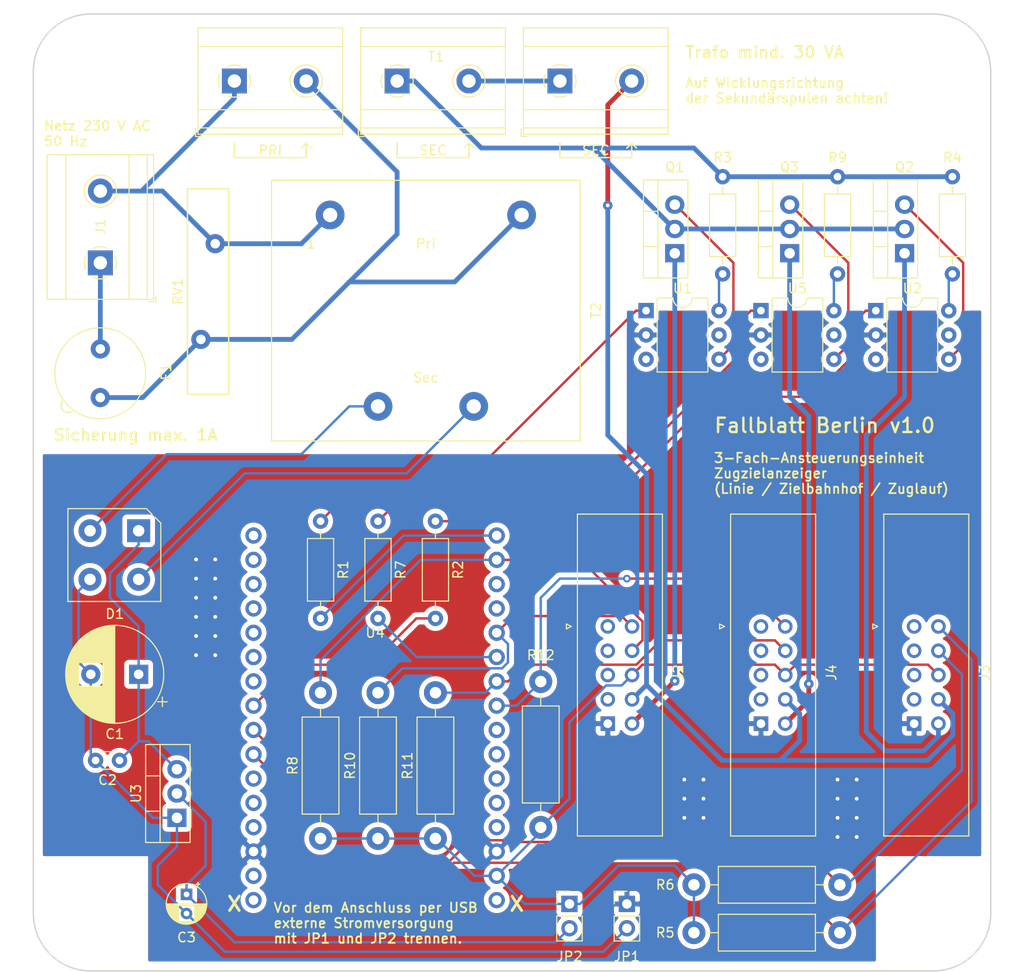
<source format=kicad_pcb>
(kicad_pcb (version 20171130) (host pcbnew 5.1.2)
  (layers (0 F.Cu signal) (31 B.Cu signal) (34 B.Paste user) (35 F.Paste user) (36 B.SilkS user) (37 F.SilkS user) (38 B.Mask user) (39 F.Mask user) (44 Edge.Cuts user))
  (net 0 "")
  (net 1 "Net-(C1-Pad1)")
  (net 2 /GND-REGULATOR)
  (net 3 /VCC-REGULATOR)
  (net 4 "Net-(D1-Pad3)")
  (net 5 "Net-(D1-Pad4)")
  (net 6 /+230VAC)
  (net 7 /-230VAC)
  (net 8 /FLAP1)
  (net 9 GND)
  (net 10 +3V3)
  (net 11 /HOME1)
  (net 12 /HOME2)
  (net 13 /FLAP2)
  (net 14 /HOME3)
  (net 15 /FLAP3)
  (net 16 "Net-(Q1-Pad3)")
  (net 17 "Net-(Q2-Pad3)")
  (net 18 "Net-(Q3-Pad3)")
  (net 19 "Net-(R1-Pad1)")
  (net 20 /MOTOR1)
  (net 21 "Net-(R2-Pad1)")
  (net 22 /MOTOR2)
  (net 23 "Net-(R3-Pad2)")
  (net 24 "Net-(R4-Pad2)")
  (net 25 "Net-(R7-Pad1)")
  (net 26 /MOTOR3)
  (net 27 "Net-(R9-Pad2)")
  (net 28 "Net-(T1-Pad4)")
  (net 29 48VAC_N)
  (net 30 /MOTOR1-AC)
  (net 31 /MOTOR3-AC)
  (net 32 /MOTOR2-AC)
  (net 33 48VAC_L)
  (net 34 /+230VAC-FUSED)
  (module JS_Local:VIA-0.6mm (layer F.Cu) (at 144 130)
    (fp_text reference REF** hide)
    (fp_text value VIA-0.6mm hide)
    (pad 1 thru_hole circle (at 0 0) (size 0.6 0.6) (drill 0.4) (layers *.Cu) (net 9 GND))
  )
  (module JS_Local:VIA-0.6mm (layer F.Cu) (at 144 132)
    (fp_text reference REF** hide)
    (fp_text value VIA-0.6mm hide)
    (pad 1 thru_hole circle (at 0 0) (size 0.6 0.6) (drill 0.4) (layers *.Cu) (net 9 GND))
  )
  (module JS_Local:VIA-0.6mm (layer F.Cu) (at 146 130)
    (fp_text reference REF** hide)
    (fp_text value VIA-0.6mm hide)
    (pad 1 thru_hole circle (at 0 0) (size 0.6 0.6) (drill 0.4) (layers *.Cu) (net 9 GND))
  )
  (module JS_Local:VIA-0.6mm (layer F.Cu) (at 144 134)
    (fp_text reference REF** hide)
    (fp_text value VIA-0.6mm hide)
    (pad 1 thru_hole circle (at 0 0) (size 0.6 0.6) (drill 0.4) (layers *.Cu) (net 9 GND))
  )
  (module JS_Local:VIA-0.6mm (layer F.Cu) (at 146 132)
    (fp_text reference REF** hide)
    (fp_text value VIA-0.6mm hide)
    (pad 1 thru_hole circle (at 0 0) (size 0.6 0.6) (drill 0.4) (layers *.Cu) (net 9 GND))
  )
  (module JS_Local:VIA-0.6mm (layer F.Cu) (at 144 136)
    (fp_text reference REF** hide)
    (fp_text value VIA-0.6mm hide)
    (pad 1 thru_hole circle (at 0 0) (size 0.6 0.6) (drill 0.4) (layers *.Cu) (net 9 GND))
  )
  (module JS_Local:VIA-0.6mm (layer F.Cu) (at 146 134)
    (fp_text reference REF** hide)
    (fp_text value VIA-0.6mm hide)
    (pad 1 thru_hole circle (at 0 0) (size 0.6 0.6) (drill 0.4) (layers *.Cu) (net 9 GND))
  )
  (module JS_Local:VIA-0.6mm (layer F.Cu) (at 146 136)
    (fp_text reference REF** hide)
    (fp_text value VIA-0.6mm hide)
    (pad 1 thru_hole circle (at 0 0) (size 0.6 0.6) (drill 0.4) (layers *.Cu) (net 9 GND))
  )
  (module JS_Local:VIA-0.6mm (layer F.Cu) (at 128 130)
    (fp_text reference REF** hide)
    (fp_text value VIA-0.6mm hide)
    (pad 1 thru_hole circle (at 0 0) (size 0.6 0.6) (drill 0.4) (layers *.Cu) (net 9 GND))
  )
  (module JS_Local:VIA-0.6mm (layer F.Cu) (at 128 132)
    (fp_text reference REF** hide)
    (fp_text value VIA-0.6mm hide)
    (pad 1 thru_hole circle (at 0 0) (size 0.6 0.6) (drill 0.4) (layers *.Cu) (net 9 GND))
  )
  (module JS_Local:VIA-0.6mm (layer F.Cu) (at 130 130)
    (fp_text reference REF** hide)
    (fp_text value VIA-0.6mm hide)
    (pad 1 thru_hole circle (at 0 0) (size 0.6 0.6) (drill 0.4) (layers *.Cu) (net 9 GND))
  )
  (module JS_Local:VIA-0.6mm (layer F.Cu) (at 128 134)
    (fp_text reference REF** hide)
    (fp_text value VIA-0.6mm hide)
    (pad 1 thru_hole circle (at 0 0) (size 0.6 0.6) (drill 0.4) (layers *.Cu) (net 9 GND))
  )
  (module JS_Local:VIA-0.6mm (layer F.Cu) (at 130 132)
    (fp_text reference REF** hide)
    (fp_text value VIA-0.6mm hide)
    (pad 1 thru_hole circle (at 0 0) (size 0.6 0.6) (drill 0.4) (layers *.Cu) (net 9 GND))
  )
  (module JS_Local:VIA-0.6mm (layer F.Cu) (at 130 134)
    (fp_text reference REF** hide)
    (fp_text value VIA-0.6mm hide)
    (pad 1 thru_hole circle (at 0 0) (size 0.6 0.6) (drill 0.4) (layers *.Cu) (net 9 GND))
  )
  (module JS_Local:VIA-0.6mm (layer F.Cu) (at 77 115)
    (fp_text reference REF** hide)
    (fp_text value VIA-0.6mm hide)
    (pad 1 thru_hole circle (at 0 0) (size 0.6 0.6) (drill 0.4) (layers *.Cu) (net 9 GND))
  )
  (module JS_Local:VIA-0.6mm (layer F.Cu) (at 77 117)
    (fp_text reference REF** hide)
    (fp_text value VIA-0.6mm hide)
    (pad 1 thru_hole circle (at 0 0) (size 0.6 0.6) (drill 0.4) (layers *.Cu) (net 9 GND))
  )
  (module JS_Local:VIA-0.6mm (layer F.Cu) (at 79 115)
    (fp_text reference REF** hide)
    (fp_text value VIA-0.6mm hide)
    (pad 1 thru_hole circle (at 0 0) (size 0.6 0.6) (drill 0.4) (layers *.Cu) (net 9 GND))
  )
  (module JS_Local:VIA-0.6mm (layer F.Cu) (at 79 117)
    (fp_text reference REF** hide)
    (fp_text value VIA-0.6mm hide)
    (pad 1 thru_hole circle (at 0 0) (size 0.6 0.6) (drill 0.4) (layers *.Cu) (net 9 GND))
  )
  (module JS_Local:VIA-0.6mm (layer F.Cu) (at 77 111)
    (fp_text reference REF** hide)
    (fp_text value VIA-0.6mm hide)
    (pad 1 thru_hole circle (at 0 0) (size 0.6 0.6) (drill 0.4) (layers *.Cu) (net 9 GND))
  )
  (module JS_Local:VIA-0.6mm (layer F.Cu) (at 77 113)
    (fp_text reference REF** hide)
    (fp_text value VIA-0.6mm hide)
    (pad 1 thru_hole circle (at 0 0) (size 0.6 0.6) (drill 0.4) (layers *.Cu) (net 9 GND))
  )
  (module JS_Local:VIA-0.6mm (layer F.Cu) (at 79 111)
    (fp_text reference REF** hide)
    (fp_text value VIA-0.6mm hide)
    (pad 1 thru_hole circle (at 0 0) (size 0.6 0.6) (drill 0.4) (layers *.Cu) (net 9 GND))
  )
  (module JS_Local:VIA-0.6mm (layer F.Cu) (at 79 113)
    (fp_text reference REF** hide)
    (fp_text value VIA-0.6mm hide)
    (pad 1 thru_hole circle (at 0 0) (size 0.6 0.6) (drill 0.4) (layers *.Cu) (net 9 GND))
  )
  (module JS_Local:VIA-0.6mm (layer F.Cu) (at 77 109)
    (fp_text reference REF** hide)
    (fp_text value VIA-0.6mm hide)
    (pad 1 thru_hole circle (at 0 0) (size 0.6 0.6) (drill 0.4) (layers *.Cu) (net 9 GND))
  )
  (module JS_Local:VIA-0.6mm (layer F.Cu) (at 79 109)
    (fp_text reference REF** hide)
    (fp_text value VIA-0.6mm hide)
    (pad 1 thru_hole circle (at 0 0) (size 0.6 0.6) (drill 0.4) (layers *.Cu) (net 9 GND))
  )
  (module JS_Local:VIA-0.6mm (layer F.Cu) (at 79 107)
    (fp_text reference REF** hide)
    (fp_text value VIA-0.6mm hide)
    (pad 1 thru_hole circle (at 0 0) (size 0.6 0.6) (drill 0.4) (layers *.Cu) (net 9 GND))
  )
  (module JS_Local:VIA-0.6mm (layer F.Cu) (at 77 107)
    (fp_text reference REF** hide)
    (fp_text value VIA-0.6mm hide)
    (pad 1 thru_hole circle (at 0 0) (size 0.6 0.6) (drill 0.4) (layers *.Cu) (net 9 GND))
  )
  (module JS_Local:Diode_Bridge_9.5x9.5x10mm_P5.08mm (layer F.Cu) (at 71 104)
    (fp_text reference D1 (at -2.49 8.69 180) (layer F.SilkS))
    (fp_text value D_Bridge_+-AA)
    (pad 2 thru_hole circle (at -5.08 5.08 180) (size 2.4 2.4) (drill 1.2) (layers *.Cu *.Mask) (net 2 /GND-REGULATOR))
    (pad 1 thru_hole rect (at 0 0 180) (size 2.4 2.4) (drill 1.2) (layers *.Cu *.Mask) (net 1 "Net-(C1-Pad1)"))
    (pad 4 thru_hole circle (at -5.08 0 180) (size 2.4 2.4) (drill 1.2) (layers *.Cu *.Mask) (net 5 "Net-(D1-Pad4)"))
    (pad 3 thru_hole circle (at 0 5.08 180) (size 2.4 2.4) (drill 1.2) (layers *.Cu *.Mask) (net 4 "Net-(D1-Pad3)"))
  )
  (module JS_Local:ESP32_DEVKITV1_16 (layer F.Cu) (at 83 104.5)
    (fp_text reference U4 (at 12.7 10.16) (layer F.SilkS))
    (fp_text value ESP32_DEVCITV1)
    (pad 101 thru_hole circle (at 25.4 38.1) (size 1.7 1.7) (drill 1) (layers *.Cu *.Mask))
    (pad 100 thru_hole circle (at 0 38.1) (size 1.7 1.7) (drill 1) (layers *.Cu *.Mask))
    (pad 30 thru_hole circle (at 25.4 35.56) (size 1.7 1.7) (drill 1) (layers *.Cu *.Mask) (net 10 +3V3))
    (pad 29 thru_hole circle (at 25.4 33.02) (size 1.7 1.7) (drill 1) (layers *.Cu *.Mask) (net 9 GND))
    (pad 28 thru_hole circle (at 25.4 30.48) (size 1.7 1.7) (drill 1) (layers *.Cu *.Mask))
    (pad 27 thru_hole circle (at 25.4 27.94) (size 1.7 1.7) (drill 1) (layers *.Cu *.Mask))
    (pad 26 thru_hole circle (at 25.4 25.4) (size 1.7 1.7) (drill 1) (layers *.Cu *.Mask))
    (pad 25 thru_hole circle (at 25.4 22.86) (size 1.7 1.7) (drill 1) (layers *.Cu *.Mask))
    (pad 24 thru_hole circle (at 25.4 20.32) (size 1.7 1.7) (drill 1) (layers *.Cu *.Mask))
    (pad 23 thru_hole circle (at 25.4 17.78) (size 1.7 1.7) (drill 1) (layers *.Cu *.Mask) (net 13 /FLAP2))
    (pad 22 thru_hole circle (at 25.4 15.24) (size 1.7 1.7) (drill 1) (layers *.Cu *.Mask) (net 12 /HOME2))
    (pad 21 thru_hole circle (at 25.4 12.7) (size 1.7 1.7) (drill 1) (layers *.Cu *.Mask) (net 22 /MOTOR2))
    (pad 20 thru_hole circle (at 25.4 10.16) (size 1.7 1.7) (drill 1) (layers *.Cu *.Mask) (net 8 /FLAP1))
    (pad 19 thru_hole circle (at 25.4 7.62) (size 1.7 1.7) (drill 1) (layers *.Cu *.Mask))
    (pad 18 thru_hole circle (at 25.4 5.08) (size 1.7 1.7) (drill 1) (layers *.Cu *.Mask))
    (pad 17 thru_hole circle (at 25.4 2.54) (size 1.7 1.7) (drill 1) (layers *.Cu *.Mask) (net 11 /HOME1))
    (pad 16 thru_hole circle (at 25.4 0) (size 1.7 1.7) (drill 1) (layers *.Cu *.Mask) (net 20 /MOTOR1))
    (pad 15 thru_hole circle (at 0 35.56) (size 1.7 1.7) (drill 1) (layers *.Cu *.Mask))
    (pad 14 thru_hole circle (at 0 33.02) (size 1.7 1.7) (drill 1) (layers *.Cu *.Mask) (net 9 GND))
    (pad 13 thru_hole circle (at 0 30.48) (size 1.7 1.7) (drill 1) (layers *.Cu *.Mask))
    (pad 12 thru_hole circle (at 0 27.94) (size 1.7 1.7) (drill 1) (layers *.Cu *.Mask))
    (pad 11 thru_hole circle (at 0 25.4) (size 1.7 1.7) (drill 1) (layers *.Cu *.Mask))
    (pad 10 thru_hole circle (at 0 22.86) (size 1.7 1.7) (drill 1) (layers *.Cu *.Mask) (net 15 /FLAP3))
    (pad 9 thru_hole circle (at 0 20.32) (size 1.7 1.7) (drill 1) (layers *.Cu *.Mask) (net 14 /HOME3))
    (pad 8 thru_hole circle (at 0 17.78) (size 1.7 1.7) (drill 1) (layers *.Cu *.Mask) (net 26 /MOTOR3))
    (pad 7 thru_hole circle (at 0 15.24) (size 1.7 1.7) (drill 1) (layers *.Cu *.Mask))
    (pad 6 thru_hole circle (at 0 12.7) (size 1.7 1.7) (drill 1) (layers *.Cu *.Mask))
    (pad 5 thru_hole circle (at 0 10.16) (size 1.7 1.7) (drill 1) (layers *.Cu *.Mask))
    (pad 4 thru_hole circle (at 0 7.62) (size 1.7 1.7) (drill 1) (layers *.Cu *.Mask))
    (pad 3 thru_hole circle (at 0 5.08) (size 1.7 1.7) (drill 1) (layers *.Cu *.Mask))
    (pad 2 thru_hole circle (at 0 2.54) (size 1.7 1.7) (drill 1) (layers *.Cu *.Mask))
    (pad 1 thru_hole circle (at 0 0) (size 1.7 1.7) (drill 1) (layers *.Cu *.Mask))
  )
  (module MountingHole:MountingHole_4.3mm_M4 (layer F.Cu) (at 66 144)
    (fp_text reference REF** hide)
    (fp_text value MountingHole_4.3mm_M4)
    (pad 1 np_thru_hole circle (at 0 0) (size 4.3 4.3) (drill 4.3) (layers *.Cu *.Mask))
  )
  (module MountingHole:MountingHole_4.3mm_M4 (layer F.Cu) (at 154 144)
    (fp_text reference REF** hide)
    (fp_text value MountingHole_4.3mm_M4)
    (pad 1 np_thru_hole circle (at 0 0) (size 4.3 4.3) (drill 4.3) (layers *.Cu *.Mask))
  )
  (module MountingHole:MountingHole_4.3mm_M4 (layer F.Cu) (at 154 56)
    (fp_text reference REF** hide)
    (fp_text value MountingHole_4.3mm_M4)
    (pad 1 np_thru_hole circle (at 0 0) (size 4.3 4.3) (drill 4.3) (layers *.Cu *.Mask))
  )
  (module Capacitor_THT:CP_Radial_D10.0mm_P5.00mm (layer F.Cu) (at 71 119 180)
    (fp_text reference C1 (at 2.5 -6.25 180) (layer F.SilkS))
    (fp_text value 470u)
    (pad 2 thru_hole circle (at 5 0 180) (size 2 2) (drill 1) (layers *.Cu *.Mask) (net 2 /GND-REGULATOR))
    (pad 1 thru_hole rect (at 0 0 180) (size 2 2) (drill 1) (layers *.Cu *.Mask) (net 1 "Net-(C1-Pad1)"))
  )
  (module Capacitor_THT:C_Disc_D3.0mm_W1.6mm_P2.50mm (layer F.Cu) (at 69 128 180)
    (fp_text reference C2 (at 1.25 -2.05 180) (layer F.SilkS))
    (fp_text value 100n)
    (pad 2 thru_hole circle (at 2.5 0 180) (size 1.6 1.6) (drill 0.8) (layers *.Cu *.Mask) (net 2 /GND-REGULATOR))
    (pad 1 thru_hole circle (at 0 0 180) (size 1.6 1.6) (drill 0.8) (layers *.Cu *.Mask) (net 1 "Net-(C1-Pad1)"))
  )
  (module Capacitor_THT:CP_Radial_D4.0mm_P2.00mm (layer F.Cu) (at 76 142 270)
    (fp_text reference C3 (at 4.5 0) (layer F.SilkS))
    (fp_text value 10u)
    (pad 2 thru_hole circle (at 2 0 270) (size 1.2 1.2) (drill 0.6) (layers *.Cu *.Mask) (net 2 /GND-REGULATOR))
    (pad 1 thru_hole rect (at 0 0 270) (size 1.2 1.2) (drill 0.6) (layers *.Cu *.Mask) (net 3 /VCC-REGULATOR))
  )
  (module Fuse:Fuseholder_TR5_Littelfuse_No560_No460 (layer F.Cu) (at 67 85 270)
    (fp_text reference F1 (at 2.39 -6.89 270) (layer F.SilkS))
    (fp_text value "Fuse 1A")
    (pad 2 thru_hole circle (at 5.08 0.01 270) (size 2 2) (drill 1) (layers *.Cu *.Mask) (net 34 /+230VAC-FUSED))
    (pad 1 thru_hole circle (at 0 0 270) (size 2 2) (drill 1) (layers *.Cu *.Mask) (net 6 /+230VAC))
  )
  (module TerminalBlock_MetzConnect:TerminalBlock_MetzConnect_Type175_RT02702HBLC_1x02_P7.50mm_Horizontal (layer F.Cu) (at 67 76 90)
    (fp_text reference J1 (at 3.75 0 90) (layer F.SilkS))
    (fp_text value Screw_Terminal_01x02)
    (pad 2 thru_hole circle (at 7.5 0 90) (size 2.6 2.6) (drill 1.4) (layers *.Cu *.Mask) (net 7 /-230VAC))
    (pad 1 thru_hole rect (at 0 0 90) (size 2.6 2.6) (drill 1.4) (layers *.Cu *.Mask) (net 6 /+230VAC))
  )
  (module Connector_PinHeader_2.54mm:PinHeader_1x02_P2.54mm_Vertical (layer F.Cu) (at 122 143)
    (fp_text reference JP1 (at 0 5.5) (layer F.SilkS))
    (fp_text value Jumper)
    (pad 2 thru_hole oval (at 0 2.54) (size 1.7 1.7) (drill 1) (layers *.Cu *.Mask) (net 2 /GND-REGULATOR))
    (pad 1 thru_hole rect (at 0 0) (size 1.7 1.7) (drill 1) (layers *.Cu *.Mask) (net 9 GND))
  )
  (module Connector_PinHeader_2.54mm:PinHeader_1x02_P2.54mm_Vertical (layer F.Cu) (at 116 143)
    (fp_text reference JP2 (at 0 5.5) (layer F.SilkS))
    (fp_text value Jumper)
    (pad 2 thru_hole oval (at 0 2.54) (size 1.7 1.7) (drill 1) (layers *.Cu *.Mask) (net 3 /VCC-REGULATOR))
    (pad 1 thru_hole rect (at 0 0) (size 1.7 1.7) (drill 1) (layers *.Cu *.Mask) (net 10 +3V3))
  )
  (module Package_TO_SOT_THT:TO-220-3_Vertical (layer F.Cu) (at 127 75 90)
    (fp_text reference Q1 (at 9 0 180) (layer F.SilkS))
    (fp_text value BT136-600)
    (pad 3 thru_hole oval (at 5.08 0 90) (size 1.905 2) (drill 1.1) (layers *.Cu *.Mask) (net 16 "Net-(Q1-Pad3)"))
    (pad 2 thru_hole oval (at 2.54 0 90) (size 1.905 2) (drill 1.1) (layers *.Cu *.Mask) (net 33 48VAC_L))
    (pad 1 thru_hole rect (at 0 0 90) (size 1.905 2) (drill 1.1) (layers *.Cu *.Mask) (net 30 /MOTOR1-AC))
  )
  (module Package_TO_SOT_THT:TO-220-3_Vertical (layer F.Cu) (at 151 75 90)
    (fp_text reference Q2 (at 9 0 180) (layer F.SilkS))
    (fp_text value BT136-600)
    (pad 3 thru_hole oval (at 5.08 0 90) (size 1.905 2) (drill 1.1) (layers *.Cu *.Mask) (net 17 "Net-(Q2-Pad3)"))
    (pad 2 thru_hole oval (at 2.54 0 90) (size 1.905 2) (drill 1.1) (layers *.Cu *.Mask) (net 33 48VAC_L))
    (pad 1 thru_hole rect (at 0 0 90) (size 1.905 2) (drill 1.1) (layers *.Cu *.Mask) (net 31 /MOTOR3-AC))
  )
  (module Package_TO_SOT_THT:TO-220-3_Vertical (layer F.Cu) (at 139 75 90)
    (fp_text reference Q3 (at 9 0 180) (layer F.SilkS))
    (fp_text value BT136-600)
    (pad 3 thru_hole oval (at 5.08 0 90) (size 1.905 2) (drill 1.1) (layers *.Cu *.Mask) (net 18 "Net-(Q3-Pad3)"))
    (pad 2 thru_hole oval (at 2.54 0 90) (size 1.905 2) (drill 1.1) (layers *.Cu *.Mask) (net 33 48VAC_L))
    (pad 1 thru_hole rect (at 0 0 90) (size 1.905 2) (drill 1.1) (layers *.Cu *.Mask) (net 32 /MOTOR2-AC))
  )
  (module Resistor_THT:R_Axial_DIN0207_L6.3mm_D2.5mm_P10.16mm_Horizontal (layer F.Cu) (at 90 103 270)
    (fp_text reference R1 (at 5.08 -2.37 270) (layer F.SilkS))
    (fp_text value 220)
    (pad 2 thru_hole oval (at 10.16 0 270) (size 1.6 1.6) (drill 0.8) (layers *.Cu *.Mask) (net 20 /MOTOR1))
    (pad 1 thru_hole circle (at 0 0 270) (size 1.6 1.6) (drill 0.8) (layers *.Cu *.Mask) (net 19 "Net-(R1-Pad1)"))
  )
  (module Resistor_THT:R_Axial_DIN0207_L6.3mm_D2.5mm_P10.16mm_Horizontal (layer F.Cu) (at 102 103 270)
    (fp_text reference R2 (at 5.08 -2.37 270) (layer F.SilkS))
    (fp_text value 220)
    (pad 2 thru_hole oval (at 10.16 0 270) (size 1.6 1.6) (drill 0.8) (layers *.Cu *.Mask) (net 26 /MOTOR3))
    (pad 1 thru_hole circle (at 0 0 270) (size 1.6 1.6) (drill 0.8) (layers *.Cu *.Mask) (net 21 "Net-(R2-Pad1)"))
  )
  (module Resistor_THT:R_Axial_DIN0207_L6.3mm_D2.5mm_P10.16mm_Horizontal (layer F.Cu) (at 132 67 270)
    (fp_text reference R3 (at -2 0) (layer F.SilkS))
    (fp_text value 330)
    (pad 2 thru_hole oval (at 10.16 0 270) (size 1.6 1.6) (drill 0.8) (layers *.Cu *.Mask) (net 23 "Net-(R3-Pad2)"))
    (pad 1 thru_hole circle (at 0 0 270) (size 1.6 1.6) (drill 0.8) (layers *.Cu *.Mask) (net 33 48VAC_L))
  )
  (module Resistor_THT:R_Axial_DIN0207_L6.3mm_D2.5mm_P10.16mm_Horizontal (layer F.Cu) (at 156 67 270)
    (fp_text reference R4 (at -2 0) (layer F.SilkS))
    (fp_text value 330)
    (pad 2 thru_hole oval (at 10.16 0 270) (size 1.6 1.6) (drill 0.8) (layers *.Cu *.Mask) (net 24 "Net-(R4-Pad2)"))
    (pad 1 thru_hole circle (at 0 0 270) (size 1.6 1.6) (drill 0.8) (layers *.Cu *.Mask) (net 33 48VAC_L))
  )
  (module Resistor_THT:R_Axial_DIN0207_L6.3mm_D2.5mm_P10.16mm_Horizontal (layer F.Cu) (at 96 103 270)
    (fp_text reference R7 (at 5.08 -2.37 270) (layer F.SilkS))
    (fp_text value 220)
    (pad 2 thru_hole oval (at 10.16 0 270) (size 1.6 1.6) (drill 0.8) (layers *.Cu *.Mask) (net 22 /MOTOR2))
    (pad 1 thru_hole circle (at 0 0 270) (size 1.6 1.6) (drill 0.8) (layers *.Cu *.Mask) (net 25 "Net-(R7-Pad1)"))
  )
  (module Resistor_THT:R_Axial_DIN0207_L6.3mm_D2.5mm_P10.16mm_Horizontal (layer F.Cu) (at 144 67 270)
    (fp_text reference R9 (at -2 0) (layer F.SilkS))
    (fp_text value 330)
    (pad 2 thru_hole oval (at 10.16 0 270) (size 1.6 1.6) (drill 0.8) (layers *.Cu *.Mask) (net 27 "Net-(R9-Pad2)"))
    (pad 1 thru_hole circle (at 0 0 270) (size 1.6 1.6) (drill 0.8) (layers *.Cu *.Mask) (net 33 48VAC_L))
  )
  (module Varistor:RV_Disc_D21.5mm_W4.3mm_P10mm (layer F.Cu) (at 79 74 270)
    (fp_text reference RV1 (at 5 3.9 270) (layer F.SilkS))
    (fp_text value Varistor)
    (pad 2 thru_hole circle (at 10 1.5 270) (size 2 2) (drill 1) (layers *.Cu *.Mask) (net 34 /+230VAC-FUSED))
    (pad 1 thru_hole circle (at 0 0 270) (size 2 2) (drill 1) (layers *.Cu *.Mask) (net 7 /-230VAC))
  )
  (module JS_Local:Transformer_Ext_1P_2S (layer F.Cu) (at 81 57)
    (fp_text reference T1 (at 21.064 -2.54) (layer F.SilkS))
    (fp_text value Transformer_1P_2S)
    (fp_text user SEC (at 37.75 7.25) (layer F.SilkS))
    (fp_text user SEC (at 20.75 7.25) (layer F.SilkS))
    (fp_text user PRI (at 3.75 7.25) (layer F.SilkS))
    (pad 6 thru_hole circle (at 41.5 0) (size 2.6 2.6) (drill 1.4) (layers *.Cu *.Mask) (net 29 48VAC_N))
    (pad 5 thru_hole rect (at 34 0) (size 2.6 2.6) (drill 1.4) (layers *.Cu *.Mask) (net 28 "Net-(T1-Pad4)"))
    (pad 3 thru_hole rect (at 17 0) (size 2.6 2.6) (drill 1.4) (layers *.Cu *.Mask) (net 33 48VAC_L))
    (pad 4 thru_hole circle (at 24.5 0) (size 2.6 2.6) (drill 1.4) (layers *.Cu *.Mask) (net 28 "Net-(T1-Pad4)"))
    (pad 2 thru_hole circle (at 7.5 0) (size 2.6 2.6) (drill 1.4) (layers *.Cu *.Mask) (net 34 /+230VAC-FUSED))
    (pad 1 thru_hole rect (at 0 0) (size 2.6 2.6) (drill 1.4) (layers *.Cu *.Mask) (net 7 /-230VAC))
  )
  (module JS_Local:Block_VB_2.0_1_9 (layer F.Cu) (at 91 71 270)
    (fp_text reference T2 (at 10 -27.78 270) (layer F.SilkS))
    (fp_text value Transformer_1P_1S)
    (fp_text user 1 (at 3 2) (layer F.SilkS))
    (fp_text user Pri (at 3 -10) (layer F.SilkS))
    (fp_text user Sec (at 17 -10) (layer F.SilkS))
    (pad 3 thru_hole circle (at 20 -5 270) (size 3 3) (drill 1.5) (layers *.Cu *.Mask) (net 5 "Net-(D1-Pad4)"))
    (pad 4 thru_hole circle (at 20 -15 270) (size 3 3) (drill 1.5) (layers *.Cu *.Mask) (net 4 "Net-(D1-Pad3)"))
    (pad 2 thru_hole circle (at 0 -20 270) (size 3 3) (drill 1.5) (layers *.Cu *.Mask) (net 34 /+230VAC-FUSED))
    (pad 1 thru_hole circle (at 0 0 270) (size 3 3) (drill 1.5) (layers *.Cu *.Mask) (net 7 /-230VAC))
  )
  (module Package_DIP:DIP-6_W7.62mm (layer F.Cu) (at 124 81)
    (fp_text reference U1 (at 3.81 -2.33) (layer F.SilkS))
    (fp_text value MOC3041M)
    (pad 6 thru_hole oval (at 7.62 0) (size 1.6 1.6) (drill 0.8) (layers *.Cu *.Mask) (net 23 "Net-(R3-Pad2)"))
    (pad 3 thru_hole oval (at 0 5.08) (size 1.6 1.6) (drill 0.8) (layers *.Cu *.Mask))
    (pad 5 thru_hole oval (at 7.62 2.54) (size 1.6 1.6) (drill 0.8) (layers *.Cu *.Mask))
    (pad 2 thru_hole oval (at 0 2.54) (size 1.6 1.6) (drill 0.8) (layers *.Cu *.Mask) (net 9 GND))
    (pad 4 thru_hole oval (at 7.62 5.08) (size 1.6 1.6) (drill 0.8) (layers *.Cu *.Mask) (net 16 "Net-(Q1-Pad3)"))
    (pad 1 thru_hole rect (at 0 0) (size 1.6 1.6) (drill 0.8) (layers *.Cu *.Mask) (net 19 "Net-(R1-Pad1)"))
  )
  (module Package_DIP:DIP-6_W7.62mm (layer F.Cu) (at 148 81)
    (fp_text reference U2 (at 3.81 -2.33) (layer F.SilkS))
    (fp_text value MOC3041M)
    (pad 6 thru_hole oval (at 7.62 0) (size 1.6 1.6) (drill 0.8) (layers *.Cu *.Mask) (net 24 "Net-(R4-Pad2)"))
    (pad 3 thru_hole oval (at 0 5.08) (size 1.6 1.6) (drill 0.8) (layers *.Cu *.Mask))
    (pad 5 thru_hole oval (at 7.62 2.54) (size 1.6 1.6) (drill 0.8) (layers *.Cu *.Mask))
    (pad 2 thru_hole oval (at 0 2.54) (size 1.6 1.6) (drill 0.8) (layers *.Cu *.Mask) (net 9 GND))
    (pad 4 thru_hole oval (at 7.62 5.08) (size 1.6 1.6) (drill 0.8) (layers *.Cu *.Mask) (net 17 "Net-(Q2-Pad3)"))
    (pad 1 thru_hole rect (at 0 0) (size 1.6 1.6) (drill 0.8) (layers *.Cu *.Mask) (net 21 "Net-(R2-Pad1)"))
  )
  (module Package_TO_SOT_THT:TO-220-3_Vertical (layer F.Cu) (at 75 134 90)
    (fp_text reference U3 (at 2.54 -4.27 90) (layer F.SilkS))
    (fp_text value LD1117S33TR_SOT223)
    (pad 3 thru_hole oval (at 5.08 0 90) (size 1.905 2) (drill 1.1) (layers *.Cu *.Mask) (net 1 "Net-(C1-Pad1)"))
    (pad 2 thru_hole oval (at 2.54 0 90) (size 1.905 2) (drill 1.1) (layers *.Cu *.Mask) (net 3 /VCC-REGULATOR))
    (pad 1 thru_hole rect (at 0 0 90) (size 1.905 2) (drill 1.1) (layers *.Cu *.Mask) (net 2 /GND-REGULATOR))
  )
  (module Package_DIP:DIP-6_W7.62mm (layer F.Cu) (at 136 81)
    (fp_text reference U5 (at 3.81 -2.33) (layer F.SilkS))
    (fp_text value MOC3041M)
    (pad 6 thru_hole oval (at 7.62 0) (size 1.6 1.6) (drill 0.8) (layers *.Cu *.Mask) (net 27 "Net-(R9-Pad2)"))
    (pad 3 thru_hole oval (at 0 5.08) (size 1.6 1.6) (drill 0.8) (layers *.Cu *.Mask))
    (pad 5 thru_hole oval (at 7.62 2.54) (size 1.6 1.6) (drill 0.8) (layers *.Cu *.Mask))
    (pad 2 thru_hole oval (at 0 2.54) (size 1.6 1.6) (drill 0.8) (layers *.Cu *.Mask) (net 9 GND))
    (pad 4 thru_hole oval (at 7.62 5.08) (size 1.6 1.6) (drill 0.8) (layers *.Cu *.Mask) (net 18 "Net-(Q3-Pad3)"))
    (pad 1 thru_hole rect (at 0 0) (size 1.6 1.6) (drill 0.8) (layers *.Cu *.Mask) (net 25 "Net-(R7-Pad1)"))
  )
  (module MountingHole:MountingHole_4.3mm_M4 (layer F.Cu) (at 66 56)
    (fp_text reference REF** hide)
    (fp_text value MountingHole_4.3mm_M4)
    (pad 1 np_thru_hole circle (at 0 0) (size 4.3 4.3) (drill 4.3) (layers *.Cu *.Mask))
  )
  (module JS_Local:TE_CON_5499922-1_BIGGERHULL (layer F.Cu) (at 120 114)
    (fp_text reference J2 (at 7.366 4.826 270) (layer F.SilkS))
    (fp_text value Conn_02x05_Odd_Even)
    (pad 2 thru_hole circle (at 2.54 10.16 270) (size 1.52 1.52) (drill 0.91) (layers *.Cu *.Mask) (net 30 /MOTOR1-AC))
    (pad 9 thru_hole circle (at 0 0 270) (size 1.52 1.52) (drill 0.91) (layers *.Cu *.Mask))
    (pad 4 thru_hole circle (at 2.54 7.62 270) (size 1.52 1.52) (drill 0.91) (layers *.Cu *.Mask) (net 29 48VAC_N))
    (pad 3 thru_hole circle (at 0 7.62 270) (size 1.52 1.52) (drill 0.91) (layers *.Cu *.Mask))
    (pad 6 thru_hole circle (at 2.54 5.08 270) (size 1.52 1.52) (drill 0.91) (layers *.Cu *.Mask) (net 10 +3V3))
    (pad 5 thru_hole circle (at 0 5.08 270) (size 1.52 1.52) (drill 0.91) (layers *.Cu *.Mask))
    (pad 8 thru_hole circle (at 2.54 2.54 270) (size 1.52 1.52) (drill 0.91) (layers *.Cu *.Mask) (net 11 /HOME1))
    (pad 7 thru_hole circle (at 0 2.54 270) (size 1.52 1.52) (drill 0.91) (layers *.Cu *.Mask))
    (pad 10 thru_hole circle (at 2.54 0 270) (size 1.52 1.52) (drill 0.91) (layers *.Cu *.Mask) (net 8 /FLAP1))
    (pad 1 thru_hole rect (at 0 10.16 270) (size 1.52 1.52) (drill 0.91) (layers *.Cu *.Mask) (net 9 GND))
  )
  (module JS_Local:TE_CON_5499922-1_BIGGERHULL (layer F.Cu) (at 152 114)
    (fp_text reference J3 (at 7.366 4.826 270) (layer F.SilkS))
    (fp_text value Conn_02x05_Odd_Even)
    (pad 2 thru_hole circle (at 2.54 10.16 270) (size 1.52 1.52) (drill 0.91) (layers *.Cu *.Mask) (net 31 /MOTOR3-AC))
    (pad 9 thru_hole circle (at 0 0 270) (size 1.52 1.52) (drill 0.91) (layers *.Cu *.Mask))
    (pad 4 thru_hole circle (at 2.54 7.62 270) (size 1.52 1.52) (drill 0.91) (layers *.Cu *.Mask) (net 29 48VAC_N))
    (pad 3 thru_hole circle (at 0 7.62 270) (size 1.52 1.52) (drill 0.91) (layers *.Cu *.Mask))
    (pad 6 thru_hole circle (at 2.54 5.08 270) (size 1.52 1.52) (drill 0.91) (layers *.Cu *.Mask) (net 10 +3V3))
    (pad 5 thru_hole circle (at 0 5.08 270) (size 1.52 1.52) (drill 0.91) (layers *.Cu *.Mask))
    (pad 8 thru_hole circle (at 2.54 2.54 270) (size 1.52 1.52) (drill 0.91) (layers *.Cu *.Mask) (net 14 /HOME3))
    (pad 7 thru_hole circle (at 0 2.54 270) (size 1.52 1.52) (drill 0.91) (layers *.Cu *.Mask))
    (pad 10 thru_hole circle (at 2.54 0 270) (size 1.52 1.52) (drill 0.91) (layers *.Cu *.Mask) (net 15 /FLAP3))
    (pad 1 thru_hole rect (at 0 10.16 270) (size 1.52 1.52) (drill 0.91) (layers *.Cu *.Mask) (net 9 GND))
  )
  (module JS_Local:TE_CON_5499922-1_BIGGERHULL (layer F.Cu) (at 136 114)
    (fp_text reference J4 (at 7.366 4.826 270) (layer F.SilkS))
    (fp_text value Conn_02x05_Odd_Even)
    (pad 2 thru_hole circle (at 2.54 10.16 270) (size 1.52 1.52) (drill 0.91) (layers *.Cu *.Mask) (net 32 /MOTOR2-AC))
    (pad 9 thru_hole circle (at 0 0 270) (size 1.52 1.52) (drill 0.91) (layers *.Cu *.Mask))
    (pad 4 thru_hole circle (at 2.54 7.62 270) (size 1.52 1.52) (drill 0.91) (layers *.Cu *.Mask) (net 29 48VAC_N))
    (pad 3 thru_hole circle (at 0 7.62 270) (size 1.52 1.52) (drill 0.91) (layers *.Cu *.Mask))
    (pad 6 thru_hole circle (at 2.54 5.08 270) (size 1.52 1.52) (drill 0.91) (layers *.Cu *.Mask) (net 10 +3V3))
    (pad 5 thru_hole circle (at 0 5.08 270) (size 1.52 1.52) (drill 0.91) (layers *.Cu *.Mask))
    (pad 8 thru_hole circle (at 2.54 2.54 270) (size 1.52 1.52) (drill 0.91) (layers *.Cu *.Mask) (net 12 /HOME2))
    (pad 7 thru_hole circle (at 0 2.54 270) (size 1.52 1.52) (drill 0.91) (layers *.Cu *.Mask))
    (pad 10 thru_hole circle (at 2.54 0 270) (size 1.52 1.52) (drill 0.91) (layers *.Cu *.Mask) (net 13 /FLAP2))
    (pad 1 thru_hole rect (at 0 10.16 270) (size 1.52 1.52) (drill 0.91) (layers *.Cu *.Mask) (net 9 GND))
  )
  (module Resistor_THT:R_Axial_DIN0411_L9.9mm_D3.6mm_P15.24mm_Horizontal (layer F.Cu) (at 129 146)
    (fp_text reference R5 (at -3 0) (layer F.SilkS))
    (fp_text value 10K)
    (pad 1 thru_hole circle (at 0 0) (size 2.4 2.4) (drill 1.2) (layers *.Cu *.Mask) (net 10 +3V3))
    (pad 2 thru_hole oval (at 15.24 0) (size 2.4 2.4) (drill 1.2) (layers *.Cu *.Mask) (net 15 /FLAP3))
  )
  (module Resistor_THT:R_Axial_DIN0411_L9.9mm_D3.6mm_P15.24mm_Horizontal (layer F.Cu) (at 129 141)
    (fp_text reference R6 (at -3 0) (layer F.SilkS))
    (fp_text value 10K)
    (pad 2 thru_hole oval (at 15.24 0) (size 2.4 2.4) (drill 1.2) (layers *.Cu *.Mask) (net 14 /HOME3))
    (pad 1 thru_hole circle (at 0 0) (size 2.4 2.4) (drill 1.2) (layers *.Cu *.Mask) (net 10 +3V3))
  )
  (module Resistor_THT:R_Axial_DIN0411_L9.9mm_D3.6mm_P15.24mm_Horizontal (layer F.Cu) (at 90 136.16 90)
    (fp_text reference R8 (at 7.62 -2.92 90) (layer F.SilkS))
    (fp_text value 10K)
    (pad 1 thru_hole circle (at 0 0 90) (size 2.4 2.4) (drill 1.2) (layers *.Cu *.Mask) (net 10 +3V3))
    (pad 2 thru_hole oval (at 15.24 0 90) (size 2.4 2.4) (drill 1.2) (layers *.Cu *.Mask) (net 11 /HOME1))
  )
  (module Resistor_THT:R_Axial_DIN0411_L9.9mm_D3.6mm_P15.24mm_Horizontal (layer F.Cu) (at 96 136.16 90)
    (fp_text reference R10 (at 7.62 -2.92 90) (layer F.SilkS))
    (fp_text value 10K)
    (pad 2 thru_hole oval (at 15.24 0 90) (size 2.4 2.4) (drill 1.2) (layers *.Cu *.Mask) (net 8 /FLAP1))
    (pad 1 thru_hole circle (at 0 0 90) (size 2.4 2.4) (drill 1.2) (layers *.Cu *.Mask) (net 10 +3V3))
  )
  (module Resistor_THT:R_Axial_DIN0411_L9.9mm_D3.6mm_P15.24mm_Horizontal (layer F.Cu) (at 102 136.16 90)
    (fp_text reference R11 (at 7.62 -2.92 90) (layer F.SilkS))
    (fp_text value 10K)
    (pad 1 thru_hole circle (at 0 0 90) (size 2.4 2.4) (drill 1.2) (layers *.Cu *.Mask) (net 10 +3V3))
    (pad 2 thru_hole oval (at 15.24 0 90) (size 2.4 2.4) (drill 1.2) (layers *.Cu *.Mask) (net 12 /HOME2))
  )
  (module Resistor_THT:R_Axial_DIN0411_L9.9mm_D3.6mm_P15.24mm_Horizontal (layer F.Cu) (at 113 135 90)
    (fp_text reference R12 (at 18 0 180) (layer F.SilkS))
    (fp_text value 10K)
    (pad 2 thru_hole oval (at 15.24 0 90) (size 2.4 2.4) (drill 1.2) (layers *.Cu *.Mask) (net 13 /FLAP2))
    (pad 1 thru_hole circle (at 0 0 90) (size 2.4 2.4) (drill 1.2) (layers *.Cu *.Mask) (net 10 +3V3))
  )
  (gr_text "Vor dem Anschluss per USB\nexterne Stromversorgung\nmit JP1 und JP2 trennen." (at 85 145) (layer F.SilkS) (effects (font (size 1 1) (thickness 0.18)) (justify left)))
  (gr_text X (at 110.5 143) (layer F.SilkS) (effects (font (size 1.5 1.5) (thickness 0.3))))
  (gr_text X (at 81 143) (layer F.SilkS) (effects (font (size 1.5 1.5) (thickness 0.3))))
  (gr_text "Netz 230 V AC\n50 Hz" (at 61 62.5) (layer F.SilkS) (effects (font (size 1 1) (thickness 0.18)) (justify left)))
  (gr_text "Sicherung max. 1A" (at 62 94) (layer F.SilkS) (effects (font (size 1.2 1.2) (thickness 0.22)) (justify left)))
  (gr_text "Trafo mind. 30 VA" (at 128 54) (layer F.SilkS) (effects (font (size 1.2 1.2) (thickness 0.22)) (justify left)))
  (gr_text "Auf Wicklungsrichtung\nder Sekundärspulen achten!" (at 128 58) (layer F.SilkS) (effects (font (size 1 1) (thickness 0.18)) (justify left)))
  (gr_text "3-Fach-Ansteuerungseinheit\nZugzielanzeiger \n(Linie / Zielbahnhof / Zuglauf)" (at 131 98) (layer F.SilkS) (effects (font (size 1 1) (thickness 0.18)) (justify left)))
  (gr_text "Fallblatt Berlin v1.0" (at 131 93) (layer F.SilkS) (effects (font (size 1.5 1.5) (thickness 0.25)) (justify left)))
  (gr_arc (start 154 56) (end 160 56) (angle -90) (layer Edge.Cuts) (width 0.15))
  (gr_arc (start 154 144) (end 154 150) (angle -90) (layer Edge.Cuts) (width 0.15))
  (gr_arc (start 66 144) (end 60 144) (angle -90) (layer Edge.Cuts) (width 0.15))
  (gr_arc (start 66 56) (end 66 50) (angle -90) (layer Edge.Cuts) (width 0.15))
  (gr_line (start 154 50) (end 66 50) (layer Edge.Cuts) (width 0.15))
  (gr_line (start 160 144) (end 160 56) (layer Edge.Cuts) (width 0.15))
  (gr_line (start 66 150) (end 154 150) (layer Edge.Cuts) (width 0.15))
  (gr_line (start 60 56) (end 60 144) (layer Edge.Cuts) (width 0.15))
  (segment (start 71 105.45) (end 68 108.45) (width 0.25) (layer B.Cu) (net 1))
  (segment (start 71 104) (end 71 105.45) (width 0.25) (layer B.Cu) (net 1))
  (segment (start 68 108.45) (end 68 111) (width 0.25) (layer B.Cu) (net 1))
  (segment (start 71 114) (end 71 119) (width 0.25) (layer B.Cu) (net 1))
  (segment (start 68 111) (end 71 114) (width 0.25) (layer B.Cu) (net 1))
  (segment (start 71 126) (end 69 128) (width 0.25) (layer B.Cu) (net 1))
  (segment (start 71 119) (end 71 126) (width 0.25) (layer B.Cu) (net 1))
  (segment (start 74.9525 128.92) (end 75 128.92) (width 0.25) (layer B.Cu) (net 1))
  (segment (start 72.0325 126) (end 74.9525 128.92) (width 0.25) (layer B.Cu) (net 1))
  (segment (start 71 126) (end 72.0325 126) (width 0.25) (layer B.Cu) (net 1))
  (segment (start 65.000001 118.000001) (end 66 119) (width 0.25) (layer B.Cu) (net 2))
  (segment (start 64.720001 117.720001) (end 65.000001 118.000001) (width 0.25) (layer B.Cu) (net 2))
  (segment (start 64.720001 110.279999) (end 64.720001 117.720001) (width 0.25) (layer B.Cu) (net 2))
  (segment (start 65.92 109.08) (end 64.720001 110.279999) (width 0.25) (layer B.Cu) (net 2))
  (segment (start 66 127.5) (end 66.5 128) (width 0.25) (layer B.Cu) (net 2))
  (segment (start 66 119) (end 66 127.5) (width 0.25) (layer B.Cu) (net 2))
  (segment (start 72.5 134) (end 75 134) (width 0.25) (layer B.Cu) (net 2))
  (segment (start 66.5 128) (end 72.5 134) (width 0.25) (layer B.Cu) (net 2))
  (segment (start 75 134) (end 75 137) (width 0.25) (layer B.Cu) (net 2))
  (segment (start 75 137) (end 73 139) (width 0.25) (layer B.Cu) (net 2))
  (segment (start 73 141) (end 76 144) (width 0.25) (layer B.Cu) (net 2))
  (segment (start 73 139) (end 73 141) (width 0.25) (layer B.Cu) (net 2))
  (segment (start 119.54 148) (end 122 145.54) (width 0.25) (layer B.Cu) (net 2))
  (segment (start 76 144) (end 80 148) (width 0.25) (layer B.Cu) (net 2))
  (segment (start 80 148) (end 119.54 148) (width 0.25) (layer B.Cu) (net 2))
  (segment (start 75.0475 131.46) (end 78 134.4125) (width 0.25) (layer B.Cu) (net 3))
  (segment (start 75 131.46) (end 75.0475 131.46) (width 0.25) (layer B.Cu) (net 3))
  (segment (start 78 134.4125) (end 78 139) (width 0.25) (layer B.Cu) (net 3))
  (segment (start 76 141) (end 76 142) (width 0.25) (layer B.Cu) (net 3))
  (segment (start 78 139) (end 76 141) (width 0.25) (layer B.Cu) (net 3))
  (segment (start 114.54 147) (end 116 145.54) (width 0.25) (layer B.Cu) (net 3))
  (segment (start 81 147) (end 114.54 147) (width 0.25) (layer B.Cu) (net 3))
  (segment (start 81 147) (end 76 142) (width 0.25) (layer B.Cu) (net 3))
  (segment (start 71 109.08) (end 82.08 98) (width 0.25) (layer B.Cu) (net 4))
  (segment (start 99 98) (end 106 91) (width 0.25) (layer B.Cu) (net 4))
  (segment (start 82.08 98) (end 99 98) (width 0.25) (layer B.Cu) (net 4))
  (segment (start 96 91) (end 93 91) (width 0.25) (layer B.Cu) (net 5))
  (segment (start 93 91) (end 88 96) (width 0.25) (layer B.Cu) (net 5))
  (segment (start 73.92 96) (end 65.92 104) (width 0.25) (layer B.Cu) (net 5))
  (segment (start 88 96) (end 73.92 96) (width 0.25) (layer B.Cu) (net 5))
  (segment (start 67 76) (end 67 85) (width 0.5) (layer B.Cu) (net 6))
  (segment (start 81 58.8) (end 81 57) (width 0.5) (layer B.Cu) (net 7))
  (segment (start 71.3 68.5) (end 81 58.8) (width 0.5) (layer B.Cu) (net 7))
  (segment (start 67 68.5) (end 71.3 68.5) (width 0.5) (layer B.Cu) (net 7))
  (segment (start 73.5 68.5) (end 79 74) (width 0.5) (layer B.Cu) (net 7))
  (segment (start 71.3 68.5) (end 73.5 68.5) (width 0.5) (layer B.Cu) (net 7))
  (segment (start 88 74) (end 91 71) (width 0.5) (layer B.Cu) (net 7))
  (segment (start 79 74) (end 88 74) (width 0.5) (layer B.Cu) (net 7))
  (segment (start 109.249999 113.810001) (end 108.4 114.66) (width 0.25) (layer F.Cu) (net 8))
  (segment (start 121.454999 112.914999) (end 110.145001 112.914999) (width 0.25) (layer F.Cu) (net 8))
  (segment (start 110.145001 112.914999) (end 109.249999 113.810001) (width 0.25) (layer F.Cu) (net 8))
  (segment (start 122.54 114) (end 121.454999 112.914999) (width 0.25) (layer F.Cu) (net 8))
  (segment (start 98.544999 118.375001) (end 96 120.92) (width 0.25) (layer B.Cu) (net 8))
  (segment (start 108.964001 118.375001) (end 98.544999 118.375001) (width 0.25) (layer B.Cu) (net 8))
  (segment (start 109.575001 117.764001) (end 108.964001 118.375001) (width 0.25) (layer B.Cu) (net 8))
  (segment (start 108.4 114.66) (end 109.575001 115.835001) (width 0.25) (layer B.Cu) (net 8))
  (segment (start 109.575001 115.835001) (end 109.575001 117.764001) (width 0.25) (layer B.Cu) (net 8))
  (segment (start 111.34 143) (end 108.4 140.06) (width 0.25) (layer B.Cu) (net 10))
  (segment (start 116 143) (end 111.34 143) (width 0.25) (layer B.Cu) (net 10))
  (segment (start 106.06 140.06) (end 102 136) (width 0.25) (layer B.Cu) (net 10))
  (segment (start 108.4 140.06) (end 106.06 140.06) (width 0.25) (layer B.Cu) (net 10))
  (segment (start 102 136.16) (end 90 136.16) (width 0.25) (layer B.Cu) (net 10))
  (segment (start 128.06 140.06) (end 129 141) (width 0.25) (layer B.Cu) (net 10))
  (segment (start 113 135.46) (end 113 135) (width 0.25) (layer B.Cu) (net 10))
  (segment (start 108.4 140.06) (end 113 135.46) (width 0.25) (layer B.Cu) (net 10))
  (segment (start 121.780001 119.839999) (end 122.54 119.08) (width 0.25) (layer B.Cu) (net 10))
  (segment (start 121.454999 120.165001) (end 121.780001 119.839999) (width 0.25) (layer B.Cu) (net 10))
  (segment (start 119.834999 120.165001) (end 121.454999 120.165001) (width 0.25) (layer B.Cu) (net 10))
  (segment (start 116 124) (end 119.834999 120.165001) (width 0.25) (layer B.Cu) (net 10))
  (segment (start 116 132) (end 116 124) (width 0.25) (layer B.Cu) (net 10))
  (segment (start 113 135) (end 116 132) (width 0.25) (layer B.Cu) (net 10))
  (segment (start 137.780001 118.320001) (end 138.54 119.08) (width 0.25) (layer F.Cu) (net 10))
  (segment (start 123.625001 117.994999) (end 137.454999 117.994999) (width 0.25) (layer F.Cu) (net 10))
  (segment (start 137.454999 117.994999) (end 137.780001 118.320001) (width 0.25) (layer F.Cu) (net 10))
  (segment (start 122.54 119.08) (end 123.625001 117.994999) (width 0.25) (layer F.Cu) (net 10))
  (segment (start 153.780001 118.320001) (end 154.54 119.08) (width 0.25) (layer F.Cu) (net 10))
  (segment (start 153.454999 117.994999) (end 153.780001 118.320001) (width 0.25) (layer F.Cu) (net 10))
  (segment (start 139.625001 117.994999) (end 153.454999 117.994999) (width 0.25) (layer F.Cu) (net 10))
  (segment (start 138.54 119.08) (end 139.625001 117.994999) (width 0.25) (layer F.Cu) (net 10))
  (segment (start 117.1 143) (end 121.1 139) (width 0.25) (layer B.Cu) (net 10))
  (segment (start 116 143) (end 117.1 143) (width 0.25) (layer B.Cu) (net 10))
  (segment (start 127 139) (end 129 141) (width 0.25) (layer B.Cu) (net 10))
  (segment (start 121.1 139) (end 127 139) (width 0.25) (layer B.Cu) (net 10))
  (segment (start 129 141) (end 129 146) (width 0.25) (layer B.Cu) (net 10))
  (segment (start 117.185802 107.04) (end 109.602081 107.04) (width 0.25) (layer F.Cu) (net 11))
  (segment (start 123.625001 113.479199) (end 117.185802 107.04) (width 0.25) (layer F.Cu) (net 11))
  (segment (start 109.602081 107.04) (end 108.4 107.04) (width 0.25) (layer F.Cu) (net 11))
  (segment (start 123.625001 115.454999) (end 123.625001 113.479199) (width 0.25) (layer F.Cu) (net 11))
  (segment (start 122.54 116.54) (end 123.625001 115.454999) (width 0.25) (layer F.Cu) (net 11))
  (segment (start 90 119.222944) (end 90 120.92) (width 0.25) (layer B.Cu) (net 11))
  (segment (start 90 117.494998) (end 90 119.222944) (width 0.25) (layer B.Cu) (net 11))
  (segment (start 100.454998 107.04) (end 90 117.494998) (width 0.25) (layer B.Cu) (net 11))
  (segment (start 108.4 107.04) (end 100.454998 107.04) (width 0.25) (layer B.Cu) (net 11))
  (segment (start 108.26 119.74) (end 108.4 119.74) (width 0.25) (layer B.Cu) (net 12))
  (segment (start 137.780001 115.780001) (end 138.54 116.54) (width 0.25) (layer F.Cu) (net 12))
  (segment (start 137.454999 115.454999) (end 137.780001 115.780001) (width 0.25) (layer F.Cu) (net 12))
  (segment (start 125.528591 115.454999) (end 137.454999 115.454999) (width 0.25) (layer F.Cu) (net 12))
  (segment (start 122.988591 117.994999) (end 125.528591 115.454999) (width 0.25) (layer F.Cu) (net 12))
  (segment (start 111.347082 117.994999) (end 122.988591 117.994999) (width 0.25) (layer F.Cu) (net 12))
  (segment (start 109.602081 119.74) (end 111.347082 117.994999) (width 0.25) (layer F.Cu) (net 12))
  (segment (start 108.4 119.74) (end 109.602081 119.74) (width 0.25) (layer F.Cu) (net 12))
  (segment (start 107.22 120.92) (end 108.4 119.74) (width 0.25) (layer B.Cu) (net 12))
  (segment (start 102 120.92) (end 107.22 120.92) (width 0.25) (layer B.Cu) (net 12))
  (segment (start 138.54 114) (end 133.54 109) (width 0.25) (layer F.Cu) (net 13))
  (via (at 122 109) (size 0.8) (drill 0.4) (layers F.Cu B.Cu) (net 13))
  (segment (start 133.54 109) (end 122 109) (width 0.25) (layer F.Cu) (net 13))
  (segment (start 122 109) (end 115 109) (width 0.25) (layer B.Cu) (net 13))
  (segment (start 115 109) (end 113 111) (width 0.25) (layer B.Cu) (net 13))
  (segment (start 113 111) (end 113 119.76) (width 0.25) (layer B.Cu) (net 13))
  (segment (start 110.48 122.28) (end 113 119.76) (width 0.25) (layer B.Cu) (net 13))
  (segment (start 108.4 122.28) (end 110.48 122.28) (width 0.25) (layer B.Cu) (net 13))
  (segment (start 145 141) (end 144.24 141) (width 0.25) (layer B.Cu) (net 14))
  (segment (start 157 129) (end 145 141) (width 0.25) (layer B.Cu) (net 14))
  (segment (start 154.54 116.54) (end 157 119) (width 0.25) (layer B.Cu) (net 14))
  (segment (start 157 119) (end 157 129) (width 0.25) (layer B.Cu) (net 14))
  (segment (start 86 137) (end 86 127.82) (width 0.25) (layer F.Cu) (net 14))
  (segment (start 105.655001 136.344999) (end 103 139) (width 0.25) (layer F.Cu) (net 14))
  (segment (start 88 139) (end 86 137) (width 0.25) (layer F.Cu) (net 14))
  (segment (start 108.964001 136.344999) (end 105.655001 136.344999) (width 0.25) (layer F.Cu) (net 14))
  (segment (start 86 127.82) (end 83 124.82) (width 0.25) (layer F.Cu) (net 14))
  (segment (start 103 139) (end 88 139) (width 0.25) (layer F.Cu) (net 14))
  (segment (start 109.144003 136.525001) (end 108.964001 136.344999) (width 0.25) (layer F.Cu) (net 14))
  (segment (start 139.765001 136.525001) (end 109.144003 136.525001) (width 0.25) (layer F.Cu) (net 14))
  (segment (start 144.24 141) (end 139.765001 136.525001) (width 0.25) (layer F.Cu) (net 14))
  (segment (start 155.299999 114.759999) (end 154.54 114) (width 0.25) (layer B.Cu) (net 15))
  (segment (start 158 117.46) (end 155.299999 114.759999) (width 0.25) (layer B.Cu) (net 15))
  (segment (start 103.1864 139.45001) (end 87.45001 139.45001) (width 0.25) (layer F.Cu) (net 15))
  (segment (start 103.941409 138.695001) (end 103.1864 139.45001) (width 0.25) (layer F.Cu) (net 15))
  (segment (start 87.45001 139.45001) (end 85 137) (width 0.25) (layer F.Cu) (net 15))
  (segment (start 85 129.36) (end 83 127.36) (width 0.25) (layer F.Cu) (net 15))
  (segment (start 85 137) (end 85 129.36) (width 0.25) (layer F.Cu) (net 15))
  (segment (start 158 129.16) (end 158 128) (width 0.25) (layer B.Cu) (net 15))
  (segment (start 158 132.24) (end 158 128) (width 0.25) (layer B.Cu) (net 15))
  (segment (start 144.24 146) (end 158 132.24) (width 0.25) (layer B.Cu) (net 15))
  (segment (start 158 128) (end 158 117.46) (width 0.25) (layer B.Cu) (net 15))
  (segment (start 103.941409 138.695001) (end 119.304999 138.695001) (width 0.25) (layer F.Cu) (net 15))
  (segment (start 119.304999 138.695001) (end 120 138) (width 0.25) (layer F.Cu) (net 15))
  (segment (start 136.24 138) (end 144.24 146) (width 0.25) (layer F.Cu) (net 15))
  (segment (start 120 138) (end 136.24 138) (width 0.25) (layer F.Cu) (net 15))
  (segment (start 127.0475 69.92) (end 127 69.92) (width 0.25) (layer F.Cu) (net 16))
  (segment (start 133.125001 75.997501) (end 127.0475 69.92) (width 0.25) (layer F.Cu) (net 16))
  (segment (start 133.125001 84.574999) (end 133.125001 75.997501) (width 0.25) (layer F.Cu) (net 16))
  (segment (start 131.62 86.08) (end 133.125001 84.574999) (width 0.25) (layer F.Cu) (net 16))
  (segment (start 151.0475 69.92) (end 151 69.92) (width 0.25) (layer F.Cu) (net 17))
  (segment (start 157.125001 75.997501) (end 151.0475 69.92) (width 0.25) (layer F.Cu) (net 17))
  (segment (start 157.125001 84.574999) (end 157.125001 75.997501) (width 0.25) (layer F.Cu) (net 17))
  (segment (start 155.62 86.08) (end 157.125001 84.574999) (width 0.25) (layer F.Cu) (net 17))
  (segment (start 139.0475 69.92) (end 139 69.92) (width 0.25) (layer F.Cu) (net 18))
  (segment (start 145.125001 75.997501) (end 139.0475 69.92) (width 0.25) (layer F.Cu) (net 18))
  (segment (start 145.125001 84.574999) (end 145.125001 75.997501) (width 0.25) (layer F.Cu) (net 18))
  (segment (start 143.62 86.08) (end 145.125001 84.574999) (width 0.25) (layer F.Cu) (net 18))
  (segment (start 122.95 81) (end 103.95 100) (width 0.25) (layer F.Cu) (net 19))
  (segment (start 124 81) (end 122.95 81) (width 0.25) (layer F.Cu) (net 19))
  (segment (start 93 100) (end 90 103) (width 0.25) (layer F.Cu) (net 19))
  (segment (start 103.95 100) (end 93 100) (width 0.25) (layer F.Cu) (net 19))
  (segment (start 98.66 104.5) (end 108.4 104.5) (width 0.25) (layer B.Cu) (net 20))
  (segment (start 90 113.16) (end 98.66 104.5) (width 0.25) (layer B.Cu) (net 20))
  (segment (start 145.575011 85.789991) (end 141.365002 90) (width 0.25) (layer F.Cu) (net 21))
  (segment (start 145.575011 82.374989) (end 145.575011 85.789991) (width 0.25) (layer F.Cu) (net 21))
  (segment (start 148 81) (end 146.95 81) (width 0.25) (layer F.Cu) (net 21))
  (segment (start 146.95 81) (end 145.575011 82.374989) (width 0.25) (layer F.Cu) (net 21))
  (segment (start 141.365002 90) (end 131 90) (width 0.25) (layer F.Cu) (net 21))
  (segment (start 118 103) (end 102 103) (width 0.25) (layer F.Cu) (net 21))
  (segment (start 131 90) (end 118 103) (width 0.25) (layer F.Cu) (net 21))
  (segment (start 100.04 117.2) (end 96 113.16) (width 0.25) (layer B.Cu) (net 22))
  (segment (start 108.4 117.2) (end 100.04 117.2) (width 0.25) (layer B.Cu) (net 22))
  (segment (start 131.62 77.54) (end 132 77.16) (width 0.25) (layer B.Cu) (net 23))
  (segment (start 131.62 81) (end 131.62 77.54) (width 0.25) (layer B.Cu) (net 23))
  (segment (start 155.62 77.54) (end 156 77.16) (width 0.25) (layer B.Cu) (net 24))
  (segment (start 155.62 81) (end 155.62 77.54) (width 0.25) (layer B.Cu) (net 24))
  (segment (start 133.575011 85.789991) (end 118.365002 101) (width 0.25) (layer F.Cu) (net 25))
  (segment (start 133.575011 82.374989) (end 133.575011 85.789991) (width 0.25) (layer F.Cu) (net 25))
  (segment (start 136 81) (end 134.95 81) (width 0.25) (layer F.Cu) (net 25))
  (segment (start 134.95 81) (end 133.575011 82.374989) (width 0.25) (layer F.Cu) (net 25))
  (segment (start 98 101) (end 96 103) (width 0.25) (layer F.Cu) (net 25))
  (segment (start 118.365002 101) (end 98 101) (width 0.25) (layer F.Cu) (net 25))
  (segment (start 100 113.177002) (end 95.177002 118) (width 0.25) (layer F.Cu) (net 26))
  (segment (start 100 113.16) (end 100 113.177002) (width 0.25) (layer F.Cu) (net 26))
  (segment (start 102 113.16) (end 100 113.16) (width 0.25) (layer F.Cu) (net 26))
  (segment (start 87.28 118) (end 83 122.28) (width 0.25) (layer F.Cu) (net 26))
  (segment (start 95.177002 118) (end 87.28 118) (width 0.25) (layer F.Cu) (net 26))
  (segment (start 143.62 77.54) (end 144 77.16) (width 0.25) (layer B.Cu) (net 27))
  (segment (start 143.62 81) (end 143.62 77.54) (width 0.25) (layer B.Cu) (net 27))
  (segment (start 105.5 57) (end 115 57) (width 0.5) (layer B.Cu) (net 28))
  (segment (start 124.050001 120.109999) (end 124.050001 98.050001) (width 0.5) (layer B.Cu) (net 29))
  (segment (start 122.54 121.62) (end 124.050001 120.109999) (width 0.5) (layer B.Cu) (net 29))
  (segment (start 124.050001 98.050001) (end 122.449999 96.449999) (width 0.5) (layer B.Cu) (net 29))
  (via (at 120 70) (size 1) (drill 0.4) (layers F.Cu B.Cu) (net 29))
  (segment (start 122.449999 96.449999) (end 120 94) (width 0.5) (layer B.Cu) (net 29))
  (segment (start 120 94) (end 120 70) (width 0.5) (layer B.Cu) (net 29))
  (segment (start 120 59.5) (end 122.5 57) (width 0.5) (layer F.Cu) (net 29))
  (segment (start 120 70) (end 120 59.5) (width 0.5) (layer F.Cu) (net 29))
  (segment (start 156.050001 125.364225) (end 153.414226 128) (width 0.5) (layer B.Cu) (net 29))
  (segment (start 154.54 121.62) (end 156.050001 123.130001) (width 0.5) (layer B.Cu) (net 29))
  (segment (start 156.050001 123.130001) (end 156.050001 125.364225) (width 0.5) (layer B.Cu) (net 29))
  (segment (start 131.940002 128) (end 124.050001 120.109999) (width 0.5) (layer B.Cu) (net 29))
  (segment (start 140.050001 123.130001) (end 140.050001 125.949999) (width 0.5) (layer B.Cu) (net 29))
  (segment (start 138.54 121.62) (end 140.050001 123.130001) (width 0.5) (layer B.Cu) (net 29))
  (segment (start 153.414226 128) (end 138 128) (width 0.5) (layer B.Cu) (net 29))
  (segment (start 140.050001 125.949999) (end 138 128) (width 0.5) (layer B.Cu) (net 29))
  (segment (start 138 128) (end 131.940002 128) (width 0.5) (layer B.Cu) (net 29))
  (segment (start 127 75) (end 127 119.7) (width 0.5) (layer B.Cu) (net 30))
  (via (at 127 119.7) (size 1) (drill 0.4) (layers F.Cu B.Cu) (net 30))
  (segment (start 123.569999 123.130001) (end 122.54 124.16) (width 0.5) (layer F.Cu) (net 30))
  (segment (start 127 119.7) (end 123.569999 123.130001) (width 0.5) (layer F.Cu) (net 30))
  (segment (start 151 75) (end 151 90) (width 0.5) (layer B.Cu) (net 31))
  (segment (start 154.54 124.16) (end 154.54 125.46) (width 0.5) (layer B.Cu) (net 31))
  (segment (start 154.54 125.46) (end 153 127) (width 0.5) (layer B.Cu) (net 31))
  (segment (start 153 127) (end 149 127) (width 0.5) (layer B.Cu) (net 31))
  (segment (start 149 127) (end 147 125) (width 0.5) (layer B.Cu) (net 31))
  (segment (start 147 125) (end 147 94) (width 0.5) (layer B.Cu) (net 31))
  (segment (start 147 94) (end 151 90) (width 0.5) (layer B.Cu) (net 31))
  (segment (start 141 92) (end 141 120) (width 0.5) (layer B.Cu) (net 32))
  (segment (start 139 75) (end 139 90) (width 0.5) (layer B.Cu) (net 32))
  (segment (start 139 90) (end 141 92) (width 0.5) (layer B.Cu) (net 32))
  (via (at 141 120) (size 1) (drill 0.4) (layers F.Cu B.Cu) (net 32))
  (segment (start 141 121.7) (end 138.54 124.16) (width 0.5) (layer F.Cu) (net 32))
  (segment (start 141 120) (end 141 121.7) (width 0.5) (layer F.Cu) (net 32))
  (segment (start 127 72.46) (end 151 72.46) (width 0.5) (layer B.Cu) (net 33))
  (segment (start 126.9525 72.46) (end 118.4925 64) (width 0.5) (layer B.Cu) (net 33))
  (segment (start 127 72.46) (end 126.9525 72.46) (width 0.5) (layer B.Cu) (net 33))
  (segment (start 99.8 57) (end 98 57) (width 0.5) (layer B.Cu) (net 33))
  (segment (start 106.8 64) (end 99.8 57) (width 0.5) (layer B.Cu) (net 33))
  (segment (start 118.4925 64) (end 106.8 64) (width 0.5) (layer B.Cu) (net 33))
  (segment (start 129 64) (end 132 67) (width 0.5) (layer B.Cu) (net 33))
  (segment (start 118.4925 64) (end 129 64) (width 0.5) (layer B.Cu) (net 33))
  (segment (start 132 67) (end 156 67) (width 0.5) (layer B.Cu) (net 33))
  (segment (start 71.42 90.08) (end 77.5 84) (width 0.5) (layer B.Cu) (net 34))
  (segment (start 66.99 90.08) (end 71.42 90.08) (width 0.5) (layer B.Cu) (net 34))
  (segment (start 77.5 84) (end 87 84) (width 0.5) (layer B.Cu) (net 34))
  (segment (start 87 84) (end 93 78) (width 0.5) (layer B.Cu) (net 34))
  (segment (start 104 78) (end 111 71) (width 0.5) (layer B.Cu) (net 34))
  (segment (start 93 78) (end 104 78) (width 0.5) (layer B.Cu) (net 34))
  (segment (start 98 66.5) (end 88.5 57) (width 0.5) (layer B.Cu) (net 34))
  (segment (start 98 73) (end 98 66.5) (width 0.5) (layer B.Cu) (net 34))
  (segment (start 93 78) (end 98 73) (width 0.5) (layer B.Cu) (net 34))
  (zone (net 9) (net_name GND) (layer B.Cu) (connect_pads (clearance 0.508)) (min_thickness 0.254) (fill yes (arc_segments 16) (thermal_gap 0.508) (thermal_bridge_width 0.508))
    (polygon (pts (xy 61 96) (xy 61 138) (xy 72 138) (xy 72 149) (xy 148 149) (xy 148 138) (xy 159 138) (xy 159 81) (xy 122 81) (xy 122 96)))
  )
  (zone (net 9) (net_name GND) (layer F.Cu) (connect_pads (clearance 0.508)) (min_thickness 0.254) (fill yes (arc_segments 16) (thermal_gap 0.508) (thermal_bridge_width 0.508))
    (polygon (pts (xy 122 81) (xy 122 96) (xy 61 96) (xy 61 138) (xy 72 138) (xy 72 149) (xy 148 149) (xy 148 138) (xy 159 138) (xy 159 81)))
  )
)
</source>
